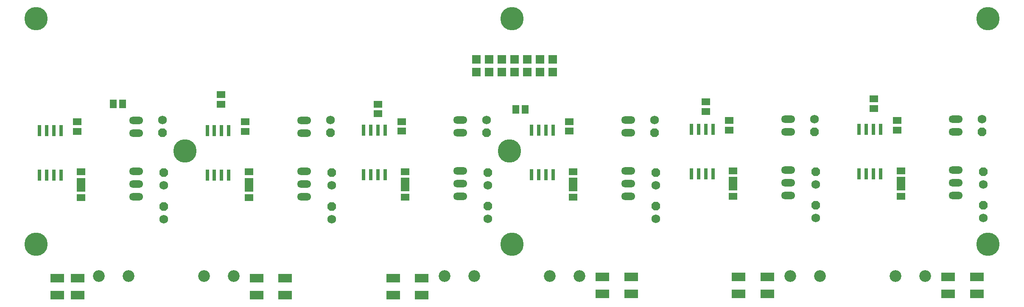
<source format=gbr>
G04 EasyPC Gerber Version 20.0.2 Build 4112 *
G04 #@! TF.Part,Single*
G04 #@! TF.FileFunction,Soldermask,Top *
%FSLAX35Y35*%
%MOIN*%
G04 #@! TA.AperFunction,ComponentPad*
%ADD18O,0.11000X0.05800*%
G04 #@! TA.AperFunction,WasherPad*
%ADD100R,0.03100X0.08600*%
G04 #@! TA.AperFunction,SMDPad*
%ADD22R,0.05718X0.06506*%
%ADD71R,0.06506X0.05718*%
G04 #@! TA.AperFunction,WasherPad*
%ADD17R,0.06600X0.06600*%
G04 #@! TA.AperFunction,ComponentPad*
%ADD20C,0.06800*%
%ADD19C,0.06900*%
G04 #@! TA.AperFunction,WasherPad*
%ADD108C,0.09261*%
%ADD14C,0.18317*%
G04 #@! TA.AperFunction,ComponentPad*
%AMT21*0 Octagon Pad at angle 0*4,1,8,-0.01408,-0.03400,0.01408,-0.03400,0.03400,-0.01408,0.03400,0.01408,0.01408,0.03400,-0.01408,0.03400,-0.03400,0.01408,-0.03400,-0.01408,-0.01408,-0.03400,0*%
%ADD21T21*%
%AMT70*0 Octagon Pad at angle 0*4,1,8,-0.01428,-0.03450,0.01428,-0.03450,0.03450,-0.01428,0.03450,0.01428,0.01428,0.03450,-0.01428,0.03450,-0.03450,0.01428,-0.03450,-0.01428,-0.01428,-0.03450,0*%
%ADD70T70*%
G04 #@! TA.AperFunction,SMDPad*
%ADD27R,0.10800X0.06900*%
X0Y0D02*
D02*
D14*
X20722Y48085D03*
Y225250D03*
X137750Y121313D03*
X392573Y121510D03*
X394738Y48085D03*
Y225250D03*
X768754Y48085D03*
Y225250D03*
D02*
D17*
X366844Y183518D03*
Y193518D03*
X376844Y183518D03*
Y193518D03*
X386844Y183518D03*
Y193518D03*
X396844Y183518D03*
Y193518D03*
X406844Y183518D03*
Y193518D03*
X416844Y183518D03*
Y193518D03*
X426844Y183518D03*
Y193518D03*
D02*
D18*
X99364Y85467D03*
Y95467D03*
Y105467D03*
Y135467D03*
Y145467D03*
X231254Y85467D03*
Y95467D03*
Y105467D03*
Y135467D03*
Y145467D03*
X354187Y85663D03*
Y95663D03*
Y105663D03*
Y135663D03*
Y145663D03*
X486077Y85663D03*
Y95663D03*
Y105663D03*
Y135663D03*
Y145663D03*
X611667Y86352D03*
Y96352D03*
Y106352D03*
Y136352D03*
Y146352D03*
X743557Y86352D03*
Y96352D03*
Y106352D03*
Y136352D03*
Y146352D03*
D02*
D19*
X120033Y145604D03*
X251923D03*
X374856Y145801D03*
X506746D03*
X632337Y146490D03*
X764226D03*
D02*
D70*
X120033Y135604D03*
X251923D03*
X374856Y135801D03*
X506746D03*
X632337Y136490D03*
X764226D03*
D02*
D71*
X53104Y136864D03*
Y144344D03*
X56057Y84699D03*
Y92179D03*
Y97494D03*
Y104974D03*
X166195Y158124D03*
Y165604D03*
X184994Y136864D03*
Y144344D03*
X187947Y84699D03*
Y92179D03*
Y97494D03*
Y104974D03*
X289325Y150644D03*
Y158124D03*
X307927Y137061D03*
Y144541D03*
X310880Y84896D03*
Y92376D03*
Y97691D03*
Y105171D03*
X439817Y137061D03*
Y144541D03*
X442770Y84896D03*
Y92376D03*
Y97691D03*
Y105171D03*
X546904Y152415D03*
Y159896D03*
X565407Y137750D03*
Y145230D03*
X568360Y85585D03*
Y93065D03*
Y98380D03*
Y105860D03*
X678990Y154778D03*
Y162258D03*
X697297Y137750D03*
Y145230D03*
X700250Y85585D03*
Y93065D03*
Y98380D03*
Y105860D03*
D02*
D20*
X121018Y67691D03*
Y94266D03*
X252907Y67691D03*
Y94266D03*
X375841Y67888D03*
Y94463D03*
X507730Y67888D03*
Y94463D03*
X633321Y68577D03*
Y95152D03*
X765211Y68577D03*
Y95152D03*
D02*
D21*
X121018Y77691D03*
Y104266D03*
X252907Y77691D03*
Y104266D03*
X375841Y77888D03*
Y104463D03*
X507730Y77888D03*
Y104463D03*
X633321Y78577D03*
Y105152D03*
X765211Y78577D03*
Y105152D03*
D02*
D22*
X81254Y158321D03*
X88734D03*
X397593Y154187D03*
X405073D03*
D02*
D27*
X37258Y7920D03*
Y21320D03*
X53498Y7920D03*
Y21320D03*
X194148Y7920D03*
Y21320D03*
X216490Y7920D03*
Y21320D03*
X301333Y7920D03*
Y21320D03*
X323675Y7920D03*
Y21320D03*
X465900Y8904D03*
Y22304D03*
X488537Y9101D03*
Y22501D03*
X572888Y8904D03*
Y22304D03*
X595526Y9101D03*
Y22501D03*
X737455Y8904D03*
Y22304D03*
X760093Y9101D03*
Y22501D03*
D02*
D100*
X23354Y102415D03*
Y137455D03*
X28977Y102415D03*
Y137455D03*
X34600Y102415D03*
Y137455D03*
X40294Y102415D03*
Y137455D03*
X155244Y102415D03*
Y137455D03*
X160867Y102415D03*
Y137455D03*
X166490Y102415D03*
Y137455D03*
X172183Y102415D03*
Y137455D03*
X278177Y102612D03*
Y137652D03*
X283800Y102612D03*
Y137652D03*
X289423Y102612D03*
Y137652D03*
X295117Y102612D03*
Y137652D03*
X410067Y102612D03*
Y137652D03*
X415690Y102612D03*
Y137652D03*
X421313Y102612D03*
Y137652D03*
X427006Y102612D03*
Y137652D03*
X535657Y103301D03*
Y138341D03*
X541280Y103301D03*
Y138341D03*
X546904Y103301D03*
Y138341D03*
X552597Y103301D03*
Y138341D03*
X667547Y103301D03*
Y138341D03*
X673170Y103301D03*
Y138341D03*
X678793Y103301D03*
Y138341D03*
X684487Y103301D03*
Y138341D03*
D02*
D108*
X69935Y22986D03*
X93557D03*
X152612D03*
X176234D03*
X341589D03*
X365211D03*
X424266D03*
X447888D03*
X613242D03*
X636864D03*
X695919D03*
D03*
X719541D03*
D03*
X0Y0D02*
M02*

</source>
